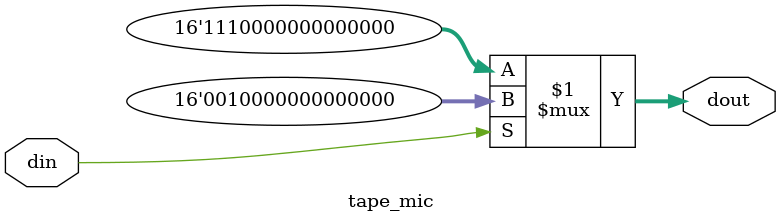
<source format=v>
`timescale 1ns / 1ps


module tape_mic #(
    parameter   AUDIO_DW    =   16,
    parameter   VOLUME      =   16'b0010_0000_0000_0000
)(
    input                        din,

    output      [AUDIO_DW-1:0]   dout
);

    assign dout  = din ? VOLUME : {AUDIO_DW{1'b0}} - VOLUME ;

endmodule

</source>
